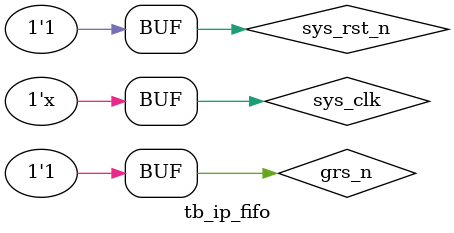
<source format=v>
`timescale 1ns / 1ps        //·ÂÕæµ¥Î»/·ÂÕæ¾«¶È

module tb_ip_fifo();

//È«¾Ö¸´Î»
reg  grs_n;
GTP_GRS GRS_INST(
    .GRS_N (grs_n)
    );
    
initial begin
    grs_n = 1'b0;
    #5000 grs_n = 1'b1;
end

//parameter define
parameter  CLK_PERIOD = 20; //Ê±ÖÓÖÜÆÚ 20ns

//reg define
reg     sys_clk;
reg     sys_rst_n;

//wire define
wire        fifo_wr_en  ;
wire        fifo_rd_en  ;
wire        fifo_full   ;
wire        fifo_empty  ;
wire  [7:0] fifo_wr_data;
wire  [7:0] fifo_rd_data;

//ÐÅºÅ³õÊ¼»¯
initial begin
    sys_clk = 1'b0;
    sys_rst_n = 1'b0;
    #200
    sys_rst_n = 1'b1;
end

//²úÉúÊ±ÖÓ
always #(CLK_PERIOD/2) sys_clk = ~sys_clk;

ip_fifo u_ip_fifo(
    .sys_clk        (sys_clk     ),
    .sys_rst_n      (sys_rst_n   ),
    .fifo_wr_en     (fifo_wr_en  ), 
    .fifo_rd_en     (fifo_rd_en  ), 
    .fifo_full      (fifo_full   ), 
    .fifo_empty     (fifo_empty  ), 
    .fifo_wr_data   (fifo_wr_data),
    .fifo_rd_data   (fifo_rd_data)
    );

endmodule
</source>
